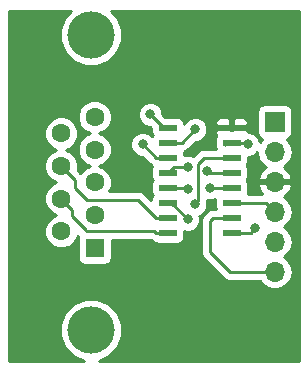
<source format=gbr>
G04 #@! TF.GenerationSoftware,KiCad,Pcbnew,(5.0.2)-1*
G04 #@! TF.CreationDate,2019-09-08T20:17:19-04:00*
G04 #@! TF.ProjectId,RS232_TTL_Female,52533233-325f-4545-944c-5f46656d616c,rev?*
G04 #@! TF.SameCoordinates,Original*
G04 #@! TF.FileFunction,Copper,L1,Top*
G04 #@! TF.FilePolarity,Positive*
%FSLAX46Y46*%
G04 Gerber Fmt 4.6, Leading zero omitted, Abs format (unit mm)*
G04 Created by KiCad (PCBNEW (5.0.2)-1) date 9/8/2019 8:17:19 PM*
%MOMM*%
%LPD*%
G01*
G04 APERTURE LIST*
G04 #@! TA.AperFunction,ComponentPad*
%ADD10R,1.700000X1.700000*%
G04 #@! TD*
G04 #@! TA.AperFunction,ComponentPad*
%ADD11O,1.700000X1.700000*%
G04 #@! TD*
G04 #@! TA.AperFunction,ComponentPad*
%ADD12R,1.600000X1.600000*%
G04 #@! TD*
G04 #@! TA.AperFunction,ComponentPad*
%ADD13C,1.600000*%
G04 #@! TD*
G04 #@! TA.AperFunction,ComponentPad*
%ADD14C,4.000000*%
G04 #@! TD*
G04 #@! TA.AperFunction,SMDPad,CuDef*
%ADD15R,1.500000X0.600000*%
G04 #@! TD*
G04 #@! TA.AperFunction,ViaPad*
%ADD16C,0.800000*%
G04 #@! TD*
G04 #@! TA.AperFunction,Conductor*
%ADD17C,0.250000*%
G04 #@! TD*
G04 #@! TA.AperFunction,Conductor*
%ADD18C,0.254000*%
G04 #@! TD*
G04 APERTURE END LIST*
D10*
G04 #@! TO.P,H1,1*
G04 #@! TO.N,GND*
X23241000Y-10160000D03*
D11*
G04 #@! TO.P,H1,2*
G04 #@! TO.N,Net-(H1-Pad2)*
X23241000Y-12700000D03*
G04 #@! TO.P,H1,3*
G04 #@! TO.N,/VCC*
X23241000Y-15240000D03*
G04 #@! TO.P,H1,4*
G04 #@! TO.N,Net-(H1-Pad4)*
X23241000Y-17780000D03*
G04 #@! TO.P,H1,5*
G04 #@! TO.N,Net-(H1-Pad5)*
X23241000Y-20320000D03*
G04 #@! TO.P,H1,6*
G04 #@! TO.N,Net-(H1-Pad6)*
X23241000Y-22860000D03*
G04 #@! TD*
D12*
G04 #@! TO.P,J1,1*
G04 #@! TO.N,N/C*
X8001000Y-20828000D03*
D13*
G04 #@! TO.P,J1,2*
G04 #@! TO.N,/TXD*
X8001000Y-18058000D03*
G04 #@! TO.P,J1,3*
G04 #@! TO.N,/RXD*
X8001000Y-15288000D03*
G04 #@! TO.P,J1,4*
G04 #@! TO.N,N/C*
X8001000Y-12518000D03*
G04 #@! TO.P,J1,5*
G04 #@! TO.N,GND*
X8001000Y-9748000D03*
G04 #@! TO.P,J1,6*
G04 #@! TO.N,N/C*
X5161000Y-19443000D03*
G04 #@! TO.P,J1,7*
G04 #@! TO.N,/CTS*
X5161000Y-16673000D03*
G04 #@! TO.P,J1,8*
G04 #@! TO.N,/RTS*
X5161000Y-13903000D03*
G04 #@! TO.P,J1,9*
G04 #@! TO.N,N/C*
X5161000Y-11133000D03*
D14*
G04 #@! TO.P,J1,0*
G04 #@! TO.N,Net-(J1-Pad0)*
X7701000Y-2788000D03*
X7701000Y-27788000D03*
G04 #@! TD*
D15*
G04 #@! TO.P,U1,1*
G04 #@! TO.N,Net-(C1-Pad1)*
X14191000Y-10668000D03*
G04 #@! TO.P,U1,2*
G04 #@! TO.N,Net-(C3-Pad2)*
X14191000Y-11938000D03*
G04 #@! TO.P,U1,3*
G04 #@! TO.N,Net-(C1-Pad2)*
X14191000Y-13208000D03*
G04 #@! TO.P,U1,4*
G04 #@! TO.N,Net-(C2-Pad1)*
X14191000Y-14478000D03*
G04 #@! TO.P,U1,5*
G04 #@! TO.N,Net-(C2-Pad2)*
X14191000Y-15748000D03*
G04 #@! TO.P,U1,6*
G04 #@! TO.N,Net-(C4-Pad2)*
X14191000Y-17018000D03*
G04 #@! TO.P,U1,7*
G04 #@! TO.N,/RTS*
X14191000Y-18288000D03*
G04 #@! TO.P,U1,8*
G04 #@! TO.N,/CTS*
X14191000Y-19558000D03*
G04 #@! TO.P,U1,9*
G04 #@! TO.N,Net-(H1-Pad2)*
X19591000Y-19558000D03*
G04 #@! TO.P,U1,10*
G04 #@! TO.N,Net-(H1-Pad6)*
X19591000Y-18288000D03*
G04 #@! TO.P,U1,11*
G04 #@! TO.N,Net-(H1-Pad4)*
X19591000Y-17018000D03*
G04 #@! TO.P,U1,12*
G04 #@! TO.N,Net-(H1-Pad5)*
X19591000Y-15748000D03*
G04 #@! TO.P,U1,13*
G04 #@! TO.N,/RXD*
X19591000Y-14478000D03*
G04 #@! TO.P,U1,14*
G04 #@! TO.N,/TXD*
X19591000Y-13208000D03*
G04 #@! TO.P,U1,15*
G04 #@! TO.N,GND*
X19591000Y-11938000D03*
G04 #@! TO.P,U1,16*
G04 #@! TO.N,/VCC*
X19591000Y-10668000D03*
G04 #@! TD*
D16*
G04 #@! TO.N,Net-(C1-Pad1)*
X12700000Y-9525000D03*
G04 #@! TO.N,Net-(C1-Pad2)*
X12065000Y-12065000D03*
G04 #@! TO.N,Net-(C2-Pad2)*
X15875000Y-15875000D03*
G04 #@! TO.N,Net-(C2-Pad1)*
X15875000Y-13970000D03*
G04 #@! TO.N,GND*
X20955000Y-12065000D03*
G04 #@! TO.N,Net-(C3-Pad2)*
X16510000Y-10795000D03*
G04 #@! TO.N,Net-(C4-Pad2)*
X15875000Y-18415000D03*
G04 #@! TO.N,/TXD*
X16510000Y-17145000D03*
G04 #@! TO.N,/RXD*
X17489000Y-14351000D03*
G04 #@! TO.N,Net-(H1-Pad2)*
X21590000Y-19177000D03*
G04 #@! TO.N,Net-(H1-Pad5)*
X17780000Y-15748000D03*
G04 #@! TD*
D17*
G04 #@! TO.N,Net-(C1-Pad1)*
X14191000Y-10668000D02*
X13843000Y-10668000D01*
X13843000Y-10668000D02*
X12700000Y-9525000D01*
G04 #@! TO.N,Net-(C1-Pad2)*
X13208000Y-13208000D02*
X14191000Y-13208000D01*
X12065000Y-12065000D02*
X13208000Y-13208000D01*
G04 #@! TO.N,Net-(C2-Pad2)*
X14191000Y-15748000D02*
X15748000Y-15748000D01*
X15748000Y-15748000D02*
X15875000Y-15875000D01*
G04 #@! TO.N,Net-(C2-Pad1)*
X14699000Y-13970000D02*
X14191000Y-14478000D01*
X15875000Y-13970000D02*
X14699000Y-13970000D01*
G04 #@! TO.N,GND*
X19141000Y-11938000D02*
X19014000Y-12065000D01*
X19591000Y-11938000D02*
X19141000Y-11938000D01*
X19014000Y-12065000D02*
X19014000Y-12101000D01*
X19591000Y-11938000D02*
X20828000Y-11938000D01*
X20828000Y-11938000D02*
X20955000Y-12065000D01*
G04 #@! TO.N,Net-(C3-Pad2)*
X14191000Y-11938000D02*
X15367000Y-11938000D01*
X15367000Y-11938000D02*
X16510000Y-10795000D01*
G04 #@! TO.N,Net-(C4-Pad2)*
X14191000Y-17018000D02*
X14478000Y-17018000D01*
X14478000Y-17018000D02*
X15875000Y-18415000D01*
G04 #@! TO.N,/TXD*
X17272000Y-13208000D02*
X19591000Y-13208000D01*
X16764000Y-13716000D02*
X17272000Y-13208000D01*
X16510000Y-17145000D02*
X16764000Y-16891000D01*
X16764000Y-16891000D02*
X16764000Y-13716000D01*
G04 #@! TO.N,/RXD*
X17616000Y-14478000D02*
X17489000Y-14351000D01*
X19591000Y-14478000D02*
X17616000Y-14478000D01*
G04 #@! TO.N,/CTS*
X13191000Y-19558000D02*
X13064000Y-19431000D01*
X14191000Y-19558000D02*
X13191000Y-19558000D01*
X13064000Y-19431000D02*
X7239000Y-19431000D01*
X7239000Y-19431000D02*
X7239000Y-19304000D01*
X7239000Y-19304000D02*
X6096000Y-18161000D01*
X6096000Y-17608000D02*
X5161000Y-16673000D01*
X6096000Y-18161000D02*
X6096000Y-17608000D01*
G04 #@! TO.N,/RTS*
X5161000Y-13903000D02*
X6350000Y-15092000D01*
X6350000Y-15092000D02*
X6350000Y-15748000D01*
X6350000Y-15748000D02*
X7366000Y-16764000D01*
X7366000Y-16764000D02*
X9398000Y-16764000D01*
X11667000Y-16764000D02*
X9398000Y-16764000D01*
X13191000Y-18288000D02*
X11667000Y-16764000D01*
X14191000Y-18288000D02*
X13191000Y-18288000D01*
G04 #@! TO.N,Net-(H1-Pad2)*
X19591000Y-19558000D02*
X21209000Y-19558000D01*
X21209000Y-19558000D02*
X21590000Y-19177000D01*
G04 #@! TO.N,Net-(H1-Pad4)*
X22479000Y-17018000D02*
X23241000Y-17780000D01*
X19591000Y-17018000D02*
X22479000Y-17018000D01*
G04 #@! TO.N,Net-(H1-Pad5)*
X19591000Y-15748000D02*
X17780000Y-15748000D01*
G04 #@! TO.N,Net-(H1-Pad6)*
X19431000Y-22860000D02*
X23241000Y-22860000D01*
X17780000Y-21209000D02*
X19431000Y-22860000D01*
X17780000Y-18542000D02*
X17780000Y-21209000D01*
X19591000Y-18288000D02*
X18034000Y-18288000D01*
X18034000Y-18288000D02*
X17780000Y-18542000D01*
G04 #@! TD*
D18*
G04 #@! TO.N,/VCC*
G36*
X5467155Y-1295392D02*
X5066000Y-2263866D01*
X5066000Y-3312134D01*
X5467155Y-4280608D01*
X6208392Y-5021845D01*
X7176866Y-5423000D01*
X8225134Y-5423000D01*
X9193608Y-5021845D01*
X9934845Y-4280608D01*
X10336000Y-3312134D01*
X10336000Y-2263866D01*
X9934845Y-1295392D01*
X9374453Y-735000D01*
X25300000Y-735000D01*
X25300001Y-30380000D01*
X8328945Y-30380000D01*
X9193608Y-30021845D01*
X9934845Y-29280608D01*
X10336000Y-28312134D01*
X10336000Y-27263866D01*
X9934845Y-26295392D01*
X9193608Y-25554155D01*
X8225134Y-25153000D01*
X7176866Y-25153000D01*
X6208392Y-25554155D01*
X5467155Y-26295392D01*
X5066000Y-27263866D01*
X5066000Y-28312134D01*
X5467155Y-29280608D01*
X6208392Y-30021845D01*
X7073055Y-30380000D01*
X735000Y-30380000D01*
X735000Y-10847561D01*
X3726000Y-10847561D01*
X3726000Y-11418439D01*
X3944466Y-11945862D01*
X4348138Y-12349534D01*
X4754850Y-12518000D01*
X4348138Y-12686466D01*
X3944466Y-13090138D01*
X3726000Y-13617561D01*
X3726000Y-14188439D01*
X3944466Y-14715862D01*
X4348138Y-15119534D01*
X4754850Y-15288000D01*
X4348138Y-15456466D01*
X3944466Y-15860138D01*
X3726000Y-16387561D01*
X3726000Y-16958439D01*
X3944466Y-17485862D01*
X4348138Y-17889534D01*
X4754850Y-18058000D01*
X4348138Y-18226466D01*
X3944466Y-18630138D01*
X3726000Y-19157561D01*
X3726000Y-19728439D01*
X3944466Y-20255862D01*
X4348138Y-20659534D01*
X4875561Y-20878000D01*
X5446439Y-20878000D01*
X5973862Y-20659534D01*
X6377534Y-20255862D01*
X6568331Y-19795237D01*
X6592627Y-19831597D01*
X6553560Y-20028000D01*
X6553560Y-21628000D01*
X6602843Y-21875765D01*
X6743191Y-22085809D01*
X6953235Y-22226157D01*
X7201000Y-22275440D01*
X8801000Y-22275440D01*
X9048765Y-22226157D01*
X9258809Y-22085809D01*
X9399157Y-21875765D01*
X9448440Y-21628000D01*
X9448440Y-20191000D01*
X12770389Y-20191000D01*
X12894463Y-20273904D01*
X12964499Y-20287835D01*
X12983191Y-20315809D01*
X13193235Y-20456157D01*
X13441000Y-20505440D01*
X14941000Y-20505440D01*
X15188765Y-20456157D01*
X15398809Y-20315809D01*
X15539157Y-20105765D01*
X15588440Y-19858000D01*
X15588440Y-19416579D01*
X15669126Y-19450000D01*
X16080874Y-19450000D01*
X16461280Y-19292431D01*
X16752431Y-19001280D01*
X16910000Y-18620874D01*
X16910000Y-18209126D01*
X16871273Y-18115632D01*
X17096280Y-18022431D01*
X17387431Y-17731280D01*
X17545000Y-17350874D01*
X17545000Y-16939126D01*
X17534404Y-16913544D01*
X17538888Y-16891001D01*
X17524000Y-16816154D01*
X17524000Y-16762237D01*
X17574126Y-16783000D01*
X17985874Y-16783000D01*
X18198118Y-16695086D01*
X18193560Y-16718000D01*
X18193560Y-17318000D01*
X18235331Y-17528000D01*
X18108846Y-17528000D01*
X18033999Y-17513112D01*
X17959152Y-17528000D01*
X17959148Y-17528000D01*
X17737463Y-17572096D01*
X17486071Y-17740071D01*
X17443669Y-17803530D01*
X17295530Y-17951669D01*
X17232071Y-17994071D01*
X17064096Y-18245464D01*
X17020000Y-18467149D01*
X17020000Y-18467153D01*
X17005112Y-18542000D01*
X17020000Y-18616847D01*
X17020001Y-21134148D01*
X17005112Y-21209000D01*
X17020001Y-21283852D01*
X17064097Y-21505537D01*
X17232072Y-21756929D01*
X17295528Y-21799329D01*
X18840671Y-23344473D01*
X18883071Y-23407929D01*
X19134463Y-23575904D01*
X19356148Y-23620000D01*
X19356152Y-23620000D01*
X19431000Y-23634888D01*
X19505848Y-23620000D01*
X21962822Y-23620000D01*
X22170375Y-23930625D01*
X22661582Y-24258839D01*
X23094744Y-24345000D01*
X23387256Y-24345000D01*
X23820418Y-24258839D01*
X24311625Y-23930625D01*
X24639839Y-23439418D01*
X24755092Y-22860000D01*
X24639839Y-22280582D01*
X24311625Y-21789375D01*
X24013239Y-21590000D01*
X24311625Y-21390625D01*
X24639839Y-20899418D01*
X24755092Y-20320000D01*
X24639839Y-19740582D01*
X24311625Y-19249375D01*
X24013239Y-19050000D01*
X24311625Y-18850625D01*
X24639839Y-18359418D01*
X24755092Y-17780000D01*
X24639839Y-17200582D01*
X24311625Y-16709375D01*
X23992522Y-16496157D01*
X24122358Y-16435183D01*
X24512645Y-16006924D01*
X24682476Y-15596890D01*
X24561155Y-15367000D01*
X23368000Y-15367000D01*
X23368000Y-15387000D01*
X23114000Y-15387000D01*
X23114000Y-15367000D01*
X21920845Y-15367000D01*
X21799524Y-15596890D01*
X21969355Y-16006924D01*
X22198169Y-16258000D01*
X20946669Y-16258000D01*
X20988440Y-16048000D01*
X20988440Y-15448000D01*
X20939157Y-15200235D01*
X20880868Y-15113000D01*
X20939157Y-15025765D01*
X20988440Y-14778000D01*
X20988440Y-14178000D01*
X20939157Y-13930235D01*
X20880868Y-13843000D01*
X20939157Y-13755765D01*
X20988440Y-13508000D01*
X20988440Y-13100000D01*
X21160874Y-13100000D01*
X21541280Y-12942431D01*
X21736332Y-12747379D01*
X21842161Y-13279418D01*
X22170375Y-13770625D01*
X22489478Y-13983843D01*
X22359642Y-14044817D01*
X21969355Y-14473076D01*
X21799524Y-14883110D01*
X21920845Y-15113000D01*
X23114000Y-15113000D01*
X23114000Y-15093000D01*
X23368000Y-15093000D01*
X23368000Y-15113000D01*
X24561155Y-15113000D01*
X24682476Y-14883110D01*
X24512645Y-14473076D01*
X24122358Y-14044817D01*
X23992522Y-13983843D01*
X24311625Y-13770625D01*
X24639839Y-13279418D01*
X24755092Y-12700000D01*
X24639839Y-12120582D01*
X24311625Y-11629375D01*
X24293381Y-11617184D01*
X24338765Y-11608157D01*
X24548809Y-11467809D01*
X24689157Y-11257765D01*
X24738440Y-11010000D01*
X24738440Y-9310000D01*
X24689157Y-9062235D01*
X24548809Y-8852191D01*
X24338765Y-8711843D01*
X24091000Y-8662560D01*
X22391000Y-8662560D01*
X22143235Y-8711843D01*
X21933191Y-8852191D01*
X21792843Y-9062235D01*
X21743560Y-9310000D01*
X21743560Y-11010000D01*
X21792843Y-11257765D01*
X21933191Y-11467809D01*
X22143235Y-11608157D01*
X22188619Y-11617184D01*
X22170375Y-11629375D01*
X21990000Y-11899325D01*
X21990000Y-11859126D01*
X21832431Y-11478720D01*
X21541280Y-11187569D01*
X21160874Y-11030000D01*
X20976000Y-11030000D01*
X20976000Y-10953750D01*
X20817250Y-10795000D01*
X19718000Y-10795000D01*
X19718000Y-10815000D01*
X19464000Y-10815000D01*
X19464000Y-10795000D01*
X18364750Y-10795000D01*
X18206000Y-10953750D01*
X18206000Y-11094310D01*
X18295768Y-11311028D01*
X18242843Y-11390235D01*
X18193560Y-11638000D01*
X18193560Y-12238000D01*
X18235331Y-12448000D01*
X17346846Y-12448000D01*
X17271999Y-12433112D01*
X17197152Y-12448000D01*
X17197148Y-12448000D01*
X16975463Y-12492096D01*
X16975461Y-12492097D01*
X16975462Y-12492097D01*
X16787526Y-12617671D01*
X16787524Y-12617673D01*
X16724071Y-12660071D01*
X16681672Y-12723525D01*
X16356168Y-13049030D01*
X16080874Y-12935000D01*
X15669126Y-12935000D01*
X15588440Y-12968421D01*
X15588440Y-12908000D01*
X15542680Y-12677944D01*
X15663537Y-12653904D01*
X15914929Y-12485929D01*
X15957331Y-12422470D01*
X16549802Y-11830000D01*
X16715874Y-11830000D01*
X17096280Y-11672431D01*
X17387431Y-11381280D01*
X17545000Y-11000874D01*
X17545000Y-10589126D01*
X17401088Y-10241690D01*
X18206000Y-10241690D01*
X18206000Y-10382250D01*
X18364750Y-10541000D01*
X19464000Y-10541000D01*
X19464000Y-9891750D01*
X19718000Y-9891750D01*
X19718000Y-10541000D01*
X20817250Y-10541000D01*
X20976000Y-10382250D01*
X20976000Y-10241690D01*
X20879327Y-10008301D01*
X20700698Y-9829673D01*
X20467309Y-9733000D01*
X19876750Y-9733000D01*
X19718000Y-9891750D01*
X19464000Y-9891750D01*
X19305250Y-9733000D01*
X18714691Y-9733000D01*
X18481302Y-9829673D01*
X18302673Y-10008301D01*
X18206000Y-10241690D01*
X17401088Y-10241690D01*
X17387431Y-10208720D01*
X17096280Y-9917569D01*
X16715874Y-9760000D01*
X16304126Y-9760000D01*
X15923720Y-9917569D01*
X15632569Y-10208720D01*
X15581352Y-10332368D01*
X15539157Y-10120235D01*
X15398809Y-9910191D01*
X15188765Y-9769843D01*
X14941000Y-9720560D01*
X13970362Y-9720560D01*
X13735000Y-9485199D01*
X13735000Y-9319126D01*
X13577431Y-8938720D01*
X13286280Y-8647569D01*
X12905874Y-8490000D01*
X12494126Y-8490000D01*
X12113720Y-8647569D01*
X11822569Y-8938720D01*
X11665000Y-9319126D01*
X11665000Y-9730874D01*
X11822569Y-10111280D01*
X12113720Y-10402431D01*
X12494126Y-10560000D01*
X12660199Y-10560000D01*
X12793560Y-10693362D01*
X12793560Y-10968000D01*
X12842843Y-11215765D01*
X12901132Y-11303000D01*
X12847290Y-11383579D01*
X12651280Y-11187569D01*
X12270874Y-11030000D01*
X11859126Y-11030000D01*
X11478720Y-11187569D01*
X11187569Y-11478720D01*
X11030000Y-11859126D01*
X11030000Y-12270874D01*
X11187569Y-12651280D01*
X11478720Y-12942431D01*
X11859126Y-13100000D01*
X12025199Y-13100000D01*
X12617671Y-13692473D01*
X12660071Y-13755929D01*
X12866948Y-13894160D01*
X12842843Y-13930235D01*
X12793560Y-14178000D01*
X12793560Y-14778000D01*
X12842843Y-15025765D01*
X12901132Y-15113000D01*
X12842843Y-15200235D01*
X12793560Y-15448000D01*
X12793560Y-16048000D01*
X12842843Y-16295765D01*
X12901132Y-16383000D01*
X12842843Y-16470235D01*
X12793560Y-16718000D01*
X12793560Y-16815758D01*
X12257331Y-16279530D01*
X12214929Y-16216071D01*
X11963537Y-16048096D01*
X11741852Y-16004000D01*
X11741847Y-16004000D01*
X11667000Y-15989112D01*
X11592153Y-16004000D01*
X9257656Y-16004000D01*
X9436000Y-15573439D01*
X9436000Y-15002561D01*
X9217534Y-14475138D01*
X8813862Y-14071466D01*
X8407150Y-13903000D01*
X8813862Y-13734534D01*
X9217534Y-13330862D01*
X9436000Y-12803439D01*
X9436000Y-12232561D01*
X9217534Y-11705138D01*
X8813862Y-11301466D01*
X8407150Y-11133000D01*
X8813862Y-10964534D01*
X9217534Y-10560862D01*
X9436000Y-10033439D01*
X9436000Y-9462561D01*
X9217534Y-8935138D01*
X8813862Y-8531466D01*
X8286439Y-8313000D01*
X7715561Y-8313000D01*
X7188138Y-8531466D01*
X6784466Y-8935138D01*
X6566000Y-9462561D01*
X6566000Y-10033439D01*
X6784466Y-10560862D01*
X7188138Y-10964534D01*
X7594850Y-11133000D01*
X7188138Y-11301466D01*
X6784466Y-11705138D01*
X6566000Y-12232561D01*
X6566000Y-12803439D01*
X6784466Y-13330862D01*
X7188138Y-13734534D01*
X7594850Y-13903000D01*
X7188138Y-14071466D01*
X6796203Y-14463401D01*
X6574103Y-14241302D01*
X6596000Y-14188439D01*
X6596000Y-13617561D01*
X6377534Y-13090138D01*
X5973862Y-12686466D01*
X5567150Y-12518000D01*
X5973862Y-12349534D01*
X6377534Y-11945862D01*
X6596000Y-11418439D01*
X6596000Y-10847561D01*
X6377534Y-10320138D01*
X5973862Y-9916466D01*
X5446439Y-9698000D01*
X4875561Y-9698000D01*
X4348138Y-9916466D01*
X3944466Y-10320138D01*
X3726000Y-10847561D01*
X735000Y-10847561D01*
X735000Y-735000D01*
X6027547Y-735000D01*
X5467155Y-1295392D01*
X5467155Y-1295392D01*
G37*
X5467155Y-1295392D02*
X5066000Y-2263866D01*
X5066000Y-3312134D01*
X5467155Y-4280608D01*
X6208392Y-5021845D01*
X7176866Y-5423000D01*
X8225134Y-5423000D01*
X9193608Y-5021845D01*
X9934845Y-4280608D01*
X10336000Y-3312134D01*
X10336000Y-2263866D01*
X9934845Y-1295392D01*
X9374453Y-735000D01*
X25300000Y-735000D01*
X25300001Y-30380000D01*
X8328945Y-30380000D01*
X9193608Y-30021845D01*
X9934845Y-29280608D01*
X10336000Y-28312134D01*
X10336000Y-27263866D01*
X9934845Y-26295392D01*
X9193608Y-25554155D01*
X8225134Y-25153000D01*
X7176866Y-25153000D01*
X6208392Y-25554155D01*
X5467155Y-26295392D01*
X5066000Y-27263866D01*
X5066000Y-28312134D01*
X5467155Y-29280608D01*
X6208392Y-30021845D01*
X7073055Y-30380000D01*
X735000Y-30380000D01*
X735000Y-10847561D01*
X3726000Y-10847561D01*
X3726000Y-11418439D01*
X3944466Y-11945862D01*
X4348138Y-12349534D01*
X4754850Y-12518000D01*
X4348138Y-12686466D01*
X3944466Y-13090138D01*
X3726000Y-13617561D01*
X3726000Y-14188439D01*
X3944466Y-14715862D01*
X4348138Y-15119534D01*
X4754850Y-15288000D01*
X4348138Y-15456466D01*
X3944466Y-15860138D01*
X3726000Y-16387561D01*
X3726000Y-16958439D01*
X3944466Y-17485862D01*
X4348138Y-17889534D01*
X4754850Y-18058000D01*
X4348138Y-18226466D01*
X3944466Y-18630138D01*
X3726000Y-19157561D01*
X3726000Y-19728439D01*
X3944466Y-20255862D01*
X4348138Y-20659534D01*
X4875561Y-20878000D01*
X5446439Y-20878000D01*
X5973862Y-20659534D01*
X6377534Y-20255862D01*
X6568331Y-19795237D01*
X6592627Y-19831597D01*
X6553560Y-20028000D01*
X6553560Y-21628000D01*
X6602843Y-21875765D01*
X6743191Y-22085809D01*
X6953235Y-22226157D01*
X7201000Y-22275440D01*
X8801000Y-22275440D01*
X9048765Y-22226157D01*
X9258809Y-22085809D01*
X9399157Y-21875765D01*
X9448440Y-21628000D01*
X9448440Y-20191000D01*
X12770389Y-20191000D01*
X12894463Y-20273904D01*
X12964499Y-20287835D01*
X12983191Y-20315809D01*
X13193235Y-20456157D01*
X13441000Y-20505440D01*
X14941000Y-20505440D01*
X15188765Y-20456157D01*
X15398809Y-20315809D01*
X15539157Y-20105765D01*
X15588440Y-19858000D01*
X15588440Y-19416579D01*
X15669126Y-19450000D01*
X16080874Y-19450000D01*
X16461280Y-19292431D01*
X16752431Y-19001280D01*
X16910000Y-18620874D01*
X16910000Y-18209126D01*
X16871273Y-18115632D01*
X17096280Y-18022431D01*
X17387431Y-17731280D01*
X17545000Y-17350874D01*
X17545000Y-16939126D01*
X17534404Y-16913544D01*
X17538888Y-16891001D01*
X17524000Y-16816154D01*
X17524000Y-16762237D01*
X17574126Y-16783000D01*
X17985874Y-16783000D01*
X18198118Y-16695086D01*
X18193560Y-16718000D01*
X18193560Y-17318000D01*
X18235331Y-17528000D01*
X18108846Y-17528000D01*
X18033999Y-17513112D01*
X17959152Y-17528000D01*
X17959148Y-17528000D01*
X17737463Y-17572096D01*
X17486071Y-17740071D01*
X17443669Y-17803530D01*
X17295530Y-17951669D01*
X17232071Y-17994071D01*
X17064096Y-18245464D01*
X17020000Y-18467149D01*
X17020000Y-18467153D01*
X17005112Y-18542000D01*
X17020000Y-18616847D01*
X17020001Y-21134148D01*
X17005112Y-21209000D01*
X17020001Y-21283852D01*
X17064097Y-21505537D01*
X17232072Y-21756929D01*
X17295528Y-21799329D01*
X18840671Y-23344473D01*
X18883071Y-23407929D01*
X19134463Y-23575904D01*
X19356148Y-23620000D01*
X19356152Y-23620000D01*
X19431000Y-23634888D01*
X19505848Y-23620000D01*
X21962822Y-23620000D01*
X22170375Y-23930625D01*
X22661582Y-24258839D01*
X23094744Y-24345000D01*
X23387256Y-24345000D01*
X23820418Y-24258839D01*
X24311625Y-23930625D01*
X24639839Y-23439418D01*
X24755092Y-22860000D01*
X24639839Y-22280582D01*
X24311625Y-21789375D01*
X24013239Y-21590000D01*
X24311625Y-21390625D01*
X24639839Y-20899418D01*
X24755092Y-20320000D01*
X24639839Y-19740582D01*
X24311625Y-19249375D01*
X24013239Y-19050000D01*
X24311625Y-18850625D01*
X24639839Y-18359418D01*
X24755092Y-17780000D01*
X24639839Y-17200582D01*
X24311625Y-16709375D01*
X23992522Y-16496157D01*
X24122358Y-16435183D01*
X24512645Y-16006924D01*
X24682476Y-15596890D01*
X24561155Y-15367000D01*
X23368000Y-15367000D01*
X23368000Y-15387000D01*
X23114000Y-15387000D01*
X23114000Y-15367000D01*
X21920845Y-15367000D01*
X21799524Y-15596890D01*
X21969355Y-16006924D01*
X22198169Y-16258000D01*
X20946669Y-16258000D01*
X20988440Y-16048000D01*
X20988440Y-15448000D01*
X20939157Y-15200235D01*
X20880868Y-15113000D01*
X20939157Y-15025765D01*
X20988440Y-14778000D01*
X20988440Y-14178000D01*
X20939157Y-13930235D01*
X20880868Y-13843000D01*
X20939157Y-13755765D01*
X20988440Y-13508000D01*
X20988440Y-13100000D01*
X21160874Y-13100000D01*
X21541280Y-12942431D01*
X21736332Y-12747379D01*
X21842161Y-13279418D01*
X22170375Y-13770625D01*
X22489478Y-13983843D01*
X22359642Y-14044817D01*
X21969355Y-14473076D01*
X21799524Y-14883110D01*
X21920845Y-15113000D01*
X23114000Y-15113000D01*
X23114000Y-15093000D01*
X23368000Y-15093000D01*
X23368000Y-15113000D01*
X24561155Y-15113000D01*
X24682476Y-14883110D01*
X24512645Y-14473076D01*
X24122358Y-14044817D01*
X23992522Y-13983843D01*
X24311625Y-13770625D01*
X24639839Y-13279418D01*
X24755092Y-12700000D01*
X24639839Y-12120582D01*
X24311625Y-11629375D01*
X24293381Y-11617184D01*
X24338765Y-11608157D01*
X24548809Y-11467809D01*
X24689157Y-11257765D01*
X24738440Y-11010000D01*
X24738440Y-9310000D01*
X24689157Y-9062235D01*
X24548809Y-8852191D01*
X24338765Y-8711843D01*
X24091000Y-8662560D01*
X22391000Y-8662560D01*
X22143235Y-8711843D01*
X21933191Y-8852191D01*
X21792843Y-9062235D01*
X21743560Y-9310000D01*
X21743560Y-11010000D01*
X21792843Y-11257765D01*
X21933191Y-11467809D01*
X22143235Y-11608157D01*
X22188619Y-11617184D01*
X22170375Y-11629375D01*
X21990000Y-11899325D01*
X21990000Y-11859126D01*
X21832431Y-11478720D01*
X21541280Y-11187569D01*
X21160874Y-11030000D01*
X20976000Y-11030000D01*
X20976000Y-10953750D01*
X20817250Y-10795000D01*
X19718000Y-10795000D01*
X19718000Y-10815000D01*
X19464000Y-10815000D01*
X19464000Y-10795000D01*
X18364750Y-10795000D01*
X18206000Y-10953750D01*
X18206000Y-11094310D01*
X18295768Y-11311028D01*
X18242843Y-11390235D01*
X18193560Y-11638000D01*
X18193560Y-12238000D01*
X18235331Y-12448000D01*
X17346846Y-12448000D01*
X17271999Y-12433112D01*
X17197152Y-12448000D01*
X17197148Y-12448000D01*
X16975463Y-12492096D01*
X16975461Y-12492097D01*
X16975462Y-12492097D01*
X16787526Y-12617671D01*
X16787524Y-12617673D01*
X16724071Y-12660071D01*
X16681672Y-12723525D01*
X16356168Y-13049030D01*
X16080874Y-12935000D01*
X15669126Y-12935000D01*
X15588440Y-12968421D01*
X15588440Y-12908000D01*
X15542680Y-12677944D01*
X15663537Y-12653904D01*
X15914929Y-12485929D01*
X15957331Y-12422470D01*
X16549802Y-11830000D01*
X16715874Y-11830000D01*
X17096280Y-11672431D01*
X17387431Y-11381280D01*
X17545000Y-11000874D01*
X17545000Y-10589126D01*
X17401088Y-10241690D01*
X18206000Y-10241690D01*
X18206000Y-10382250D01*
X18364750Y-10541000D01*
X19464000Y-10541000D01*
X19464000Y-9891750D01*
X19718000Y-9891750D01*
X19718000Y-10541000D01*
X20817250Y-10541000D01*
X20976000Y-10382250D01*
X20976000Y-10241690D01*
X20879327Y-10008301D01*
X20700698Y-9829673D01*
X20467309Y-9733000D01*
X19876750Y-9733000D01*
X19718000Y-9891750D01*
X19464000Y-9891750D01*
X19305250Y-9733000D01*
X18714691Y-9733000D01*
X18481302Y-9829673D01*
X18302673Y-10008301D01*
X18206000Y-10241690D01*
X17401088Y-10241690D01*
X17387431Y-10208720D01*
X17096280Y-9917569D01*
X16715874Y-9760000D01*
X16304126Y-9760000D01*
X15923720Y-9917569D01*
X15632569Y-10208720D01*
X15581352Y-10332368D01*
X15539157Y-10120235D01*
X15398809Y-9910191D01*
X15188765Y-9769843D01*
X14941000Y-9720560D01*
X13970362Y-9720560D01*
X13735000Y-9485199D01*
X13735000Y-9319126D01*
X13577431Y-8938720D01*
X13286280Y-8647569D01*
X12905874Y-8490000D01*
X12494126Y-8490000D01*
X12113720Y-8647569D01*
X11822569Y-8938720D01*
X11665000Y-9319126D01*
X11665000Y-9730874D01*
X11822569Y-10111280D01*
X12113720Y-10402431D01*
X12494126Y-10560000D01*
X12660199Y-10560000D01*
X12793560Y-10693362D01*
X12793560Y-10968000D01*
X12842843Y-11215765D01*
X12901132Y-11303000D01*
X12847290Y-11383579D01*
X12651280Y-11187569D01*
X12270874Y-11030000D01*
X11859126Y-11030000D01*
X11478720Y-11187569D01*
X11187569Y-11478720D01*
X11030000Y-11859126D01*
X11030000Y-12270874D01*
X11187569Y-12651280D01*
X11478720Y-12942431D01*
X11859126Y-13100000D01*
X12025199Y-13100000D01*
X12617671Y-13692473D01*
X12660071Y-13755929D01*
X12866948Y-13894160D01*
X12842843Y-13930235D01*
X12793560Y-14178000D01*
X12793560Y-14778000D01*
X12842843Y-15025765D01*
X12901132Y-15113000D01*
X12842843Y-15200235D01*
X12793560Y-15448000D01*
X12793560Y-16048000D01*
X12842843Y-16295765D01*
X12901132Y-16383000D01*
X12842843Y-16470235D01*
X12793560Y-16718000D01*
X12793560Y-16815758D01*
X12257331Y-16279530D01*
X12214929Y-16216071D01*
X11963537Y-16048096D01*
X11741852Y-16004000D01*
X11741847Y-16004000D01*
X11667000Y-15989112D01*
X11592153Y-16004000D01*
X9257656Y-16004000D01*
X9436000Y-15573439D01*
X9436000Y-15002561D01*
X9217534Y-14475138D01*
X8813862Y-14071466D01*
X8407150Y-13903000D01*
X8813862Y-13734534D01*
X9217534Y-13330862D01*
X9436000Y-12803439D01*
X9436000Y-12232561D01*
X9217534Y-11705138D01*
X8813862Y-11301466D01*
X8407150Y-11133000D01*
X8813862Y-10964534D01*
X9217534Y-10560862D01*
X9436000Y-10033439D01*
X9436000Y-9462561D01*
X9217534Y-8935138D01*
X8813862Y-8531466D01*
X8286439Y-8313000D01*
X7715561Y-8313000D01*
X7188138Y-8531466D01*
X6784466Y-8935138D01*
X6566000Y-9462561D01*
X6566000Y-10033439D01*
X6784466Y-10560862D01*
X7188138Y-10964534D01*
X7594850Y-11133000D01*
X7188138Y-11301466D01*
X6784466Y-11705138D01*
X6566000Y-12232561D01*
X6566000Y-12803439D01*
X6784466Y-13330862D01*
X7188138Y-13734534D01*
X7594850Y-13903000D01*
X7188138Y-14071466D01*
X6796203Y-14463401D01*
X6574103Y-14241302D01*
X6596000Y-14188439D01*
X6596000Y-13617561D01*
X6377534Y-13090138D01*
X5973862Y-12686466D01*
X5567150Y-12518000D01*
X5973862Y-12349534D01*
X6377534Y-11945862D01*
X6596000Y-11418439D01*
X6596000Y-10847561D01*
X6377534Y-10320138D01*
X5973862Y-9916466D01*
X5446439Y-9698000D01*
X4875561Y-9698000D01*
X4348138Y-9916466D01*
X3944466Y-10320138D01*
X3726000Y-10847561D01*
X735000Y-10847561D01*
X735000Y-735000D01*
X6027547Y-735000D01*
X5467155Y-1295392D01*
G04 #@! TD*
M02*

</source>
